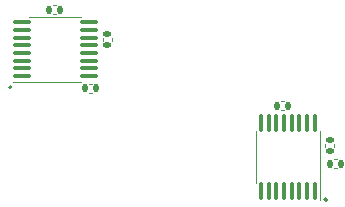
<source format=gbo>
G04 #@! TF.GenerationSoftware,KiCad,Pcbnew,(6.0.2-0)*
G04 #@! TF.CreationDate,2023-03-22T17:56:31-04:00*
G04 #@! TF.ProjectId,motor_board,6d6f746f-725f-4626-9f61-72642e6b6963,rev?*
G04 #@! TF.SameCoordinates,Original*
G04 #@! TF.FileFunction,Legend,Bot*
G04 #@! TF.FilePolarity,Positive*
%FSLAX46Y46*%
G04 Gerber Fmt 4.6, Leading zero omitted, Abs format (unit mm)*
G04 Created by KiCad (PCBNEW (6.0.2-0)) date 2023-03-22 17:56:31*
%MOMM*%
%LPD*%
G01*
G04 APERTURE LIST*
G04 Aperture macros list*
%AMRoundRect*
0 Rectangle with rounded corners*
0 $1 Rounding radius*
0 $2 $3 $4 $5 $6 $7 $8 $9 X,Y pos of 4 corners*
0 Add a 4 corners polygon primitive as box body*
4,1,4,$2,$3,$4,$5,$6,$7,$8,$9,$2,$3,0*
0 Add four circle primitives for the rounded corners*
1,1,$1+$1,$2,$3*
1,1,$1+$1,$4,$5*
1,1,$1+$1,$6,$7*
1,1,$1+$1,$8,$9*
0 Add four rect primitives between the rounded corners*
20,1,$1+$1,$2,$3,$4,$5,0*
20,1,$1+$1,$4,$5,$6,$7,0*
20,1,$1+$1,$6,$7,$8,$9,0*
20,1,$1+$1,$8,$9,$2,$3,0*%
%AMHorizOval*
0 Thick line with rounded ends*
0 $1 width*
0 $2 $3 position (X,Y) of the first rounded end (center of the circle)*
0 $4 $5 position (X,Y) of the second rounded end (center of the circle)*
0 Add line between two ends*
20,1,$1,$2,$3,$4,$5,0*
0 Add two circle primitives to create the rounded ends*
1,1,$1,$2,$3*
1,1,$1,$4,$5*%
%AMRotRect*
0 Rectangle, with rotation*
0 The origin of the aperture is its center*
0 $1 length*
0 $2 width*
0 $3 Rotation angle, in degrees counterclockwise*
0 Add horizontal line*
21,1,$1,$2,0,0,$3*%
G04 Aperture macros list end*
%ADD10C,0.150000*%
%ADD11C,0.120000*%
%ADD12C,3.800000*%
%ADD13R,1.000000X1.000000*%
%ADD14O,1.000000X1.000000*%
%ADD15C,0.650000*%
%ADD16O,2.100000X1.000000*%
%ADD17O,1.600000X1.000000*%
%ADD18RotRect,1.000000X1.000000X60.000000*%
%ADD19HorizOval,1.000000X0.000000X0.000000X0.000000X0.000000X0*%
%ADD20RoundRect,0.140000X-0.140000X-0.170000X0.140000X-0.170000X0.140000X0.170000X-0.140000X0.170000X0*%
%ADD21RoundRect,0.140000X0.170000X-0.140000X0.170000X0.140000X-0.170000X0.140000X-0.170000X-0.140000X0*%
%ADD22RoundRect,0.140000X0.140000X0.170000X-0.140000X0.170000X-0.140000X-0.170000X0.140000X-0.170000X0*%
%ADD23RoundRect,0.100000X-0.637500X-0.100000X0.637500X-0.100000X0.637500X0.100000X-0.637500X0.100000X0*%
%ADD24RoundRect,0.100000X0.100000X-0.637500X0.100000X0.637500X-0.100000X0.637500X-0.100000X-0.637500X0*%
G04 APERTURE END LIST*
D10*
X69024536Y-102160000D02*
G75*
G03*
X69024536Y-102160000I-134536J0D01*
G01*
X42286301Y-92640000D02*
G75*
G03*
X42286301Y-92640000I-106301J0D01*
G01*
D11*
X65102164Y-93850000D02*
X65317836Y-93850000D01*
X65102164Y-94570000D02*
X65317836Y-94570000D01*
X69580000Y-97707836D02*
X69580000Y-97492164D01*
X68860000Y-97707836D02*
X68860000Y-97492164D01*
X49077836Y-93110000D02*
X48862164Y-93110000D01*
X49077836Y-92390000D02*
X48862164Y-92390000D01*
X50040000Y-88727836D02*
X50040000Y-88512164D01*
X50760000Y-88727836D02*
X50760000Y-88512164D01*
X45990000Y-92165000D02*
X42390000Y-92165000D01*
X45990000Y-86695000D02*
X48190000Y-86695000D01*
X45990000Y-86695000D02*
X43790000Y-86695000D01*
X45990000Y-92165000D02*
X48190000Y-92165000D01*
X68415000Y-98580000D02*
X68415000Y-96380000D01*
X62945000Y-98580000D02*
X62945000Y-100780000D01*
X68415000Y-98580000D02*
X68415000Y-102180000D01*
X62945000Y-98580000D02*
X62945000Y-96380000D01*
X46027836Y-85710000D02*
X45812164Y-85710000D01*
X46027836Y-86430000D02*
X45812164Y-86430000D01*
X69797836Y-98750000D02*
X69582164Y-98750000D01*
X69797836Y-99470000D02*
X69582164Y-99470000D01*
%LPC*%
D12*
X84010000Y-103390000D03*
D13*
X66085000Y-104290000D03*
D14*
X67355000Y-104290000D03*
X68625000Y-104290000D03*
X69895000Y-104290000D03*
X71165000Y-104290000D03*
X72435000Y-104290000D03*
D15*
X45115000Y-97850000D03*
X45115000Y-103630000D03*
D16*
X45645000Y-105060000D03*
D17*
X41465000Y-96420000D03*
X41465000Y-105060000D03*
D16*
X45645000Y-96420000D03*
D13*
X40800000Y-94035000D03*
D14*
X40800000Y-92765000D03*
X40800000Y-91495000D03*
X40800000Y-90225000D03*
X40800000Y-88955000D03*
X40800000Y-87685000D03*
D18*
X45660369Y-80422500D03*
D19*
X46760221Y-81057500D03*
X47860074Y-81692500D03*
X48959926Y-82327500D03*
X50059778Y-82962500D03*
X51159630Y-83597500D03*
D18*
X66730000Y-92490000D03*
D19*
X67829852Y-93125000D03*
X68929705Y-93760000D03*
X70029557Y-94395000D03*
X71129409Y-95030000D03*
D13*
X58705000Y-104110000D03*
D14*
X57435000Y-104110000D03*
X56165000Y-104110000D03*
X54895000Y-104110000D03*
X53625000Y-104110000D03*
X52355000Y-104110000D03*
D12*
X41200000Y-78870000D03*
D20*
X64730000Y-94210000D03*
X65690000Y-94210000D03*
D21*
X69220000Y-98080000D03*
X69220000Y-97120000D03*
D22*
X49450000Y-92750000D03*
X48490000Y-92750000D03*
D21*
X50400000Y-89100000D03*
X50400000Y-88140000D03*
D23*
X43127500Y-91705000D03*
X43127500Y-91055000D03*
X43127500Y-90405000D03*
X43127500Y-89755000D03*
X43127500Y-89105000D03*
X43127500Y-88455000D03*
X43127500Y-87805000D03*
X43127500Y-87155000D03*
X48852500Y-87155000D03*
X48852500Y-87805000D03*
X48852500Y-88455000D03*
X48852500Y-89105000D03*
X48852500Y-89755000D03*
X48852500Y-90405000D03*
X48852500Y-91055000D03*
X48852500Y-91705000D03*
D24*
X67955000Y-101442500D03*
X67305000Y-101442500D03*
X66655000Y-101442500D03*
X66005000Y-101442500D03*
X65355000Y-101442500D03*
X64705000Y-101442500D03*
X64055000Y-101442500D03*
X63405000Y-101442500D03*
X63405000Y-95717500D03*
X64055000Y-95717500D03*
X64705000Y-95717500D03*
X65355000Y-95717500D03*
X66005000Y-95717500D03*
X66655000Y-95717500D03*
X67305000Y-95717500D03*
X67955000Y-95717500D03*
D22*
X46400000Y-86070000D03*
X45440000Y-86070000D03*
X70170000Y-99110000D03*
X69210000Y-99110000D03*
M02*

</source>
